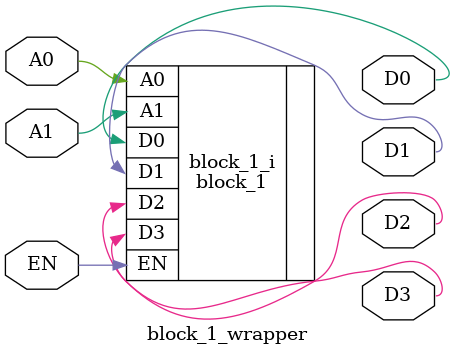
<source format=v>
`timescale 1 ps / 1 ps

module block_1_wrapper
   (A0,
    A1,
    D0,
    D1,
    D2,
    D3,
    EN);
  input A0;
  input A1;
  output D0;
  output D1;
  output D2;
  output D3;
  input EN;

  wire A0;
  wire A1;
  wire D0;
  wire D1;
  wire D2;
  wire D3;
  wire EN;

  block_1 block_1_i
       (.A0(A0),
        .A1(A1),
        .D0(D0),
        .D1(D1),
        .D2(D2),
        .D3(D3),
        .EN(EN));
endmodule

</source>
